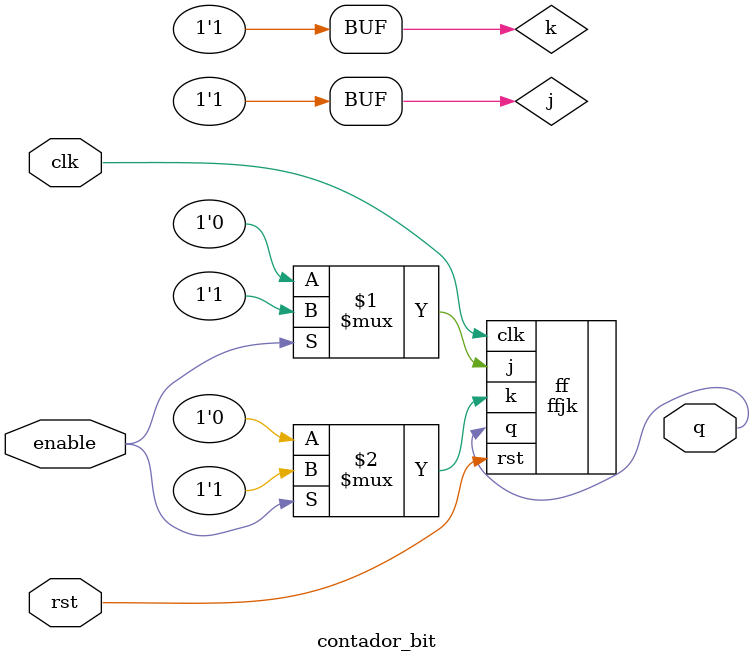
<source format=v>
module contador_bit (
    input clk,
    input rst,
    input enable,
    output q
);

    wire j = 1'b1;
    wire k = 1'b1;

    ffjk ff (
        .clk(clk),
        .rst(rst),
        .j(enable ? j : 1'b0),
        .k(enable ? k : 1'b0),
        .q(q)
    );

endmodule

</source>
